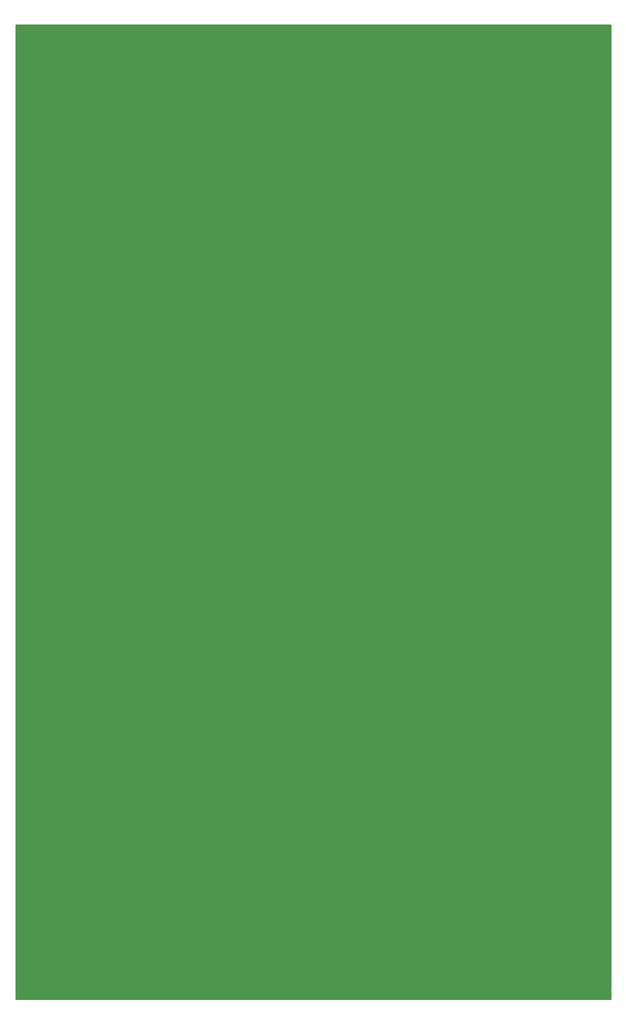
<source format=gbr>
G04 #@! TF.FileFunction,Copper,L1,Top,Signal*
%FSLAX46Y46*%
G04 Gerber Fmt 4.6, Leading zero omitted, Abs format (unit mm)*
G04 Created by KiCad (PCBNEW 4.0.2-stable) date 6-7-2016 22:19:10*
%MOMM*%
G01*
G04 APERTURE LIST*
%ADD10C,0.100000*%
%ADD11C,0.454000*%
G04 APERTURE END LIST*
D10*
D11*
G36*
X114040000Y-176448634D02*
X113990000Y-176700000D01*
X114040000Y-176951366D01*
X114040000Y-178140000D01*
X13460000Y-178140000D01*
X13460000Y-176750000D01*
X13455027Y-176725000D01*
X13460000Y-176700000D01*
X13460000Y-175950000D01*
X13455027Y-175925000D01*
X13460000Y-175900000D01*
X13460000Y-13410000D01*
X114040000Y-13410000D01*
X114040000Y-176448634D01*
X114040000Y-176448634D01*
G37*
X114040000Y-176448634D02*
X113990000Y-176700000D01*
X114040000Y-176951366D01*
X114040000Y-178140000D01*
X13460000Y-178140000D01*
X13460000Y-176750000D01*
X13455027Y-176725000D01*
X13460000Y-176700000D01*
X13460000Y-175950000D01*
X13455027Y-175925000D01*
X13460000Y-175900000D01*
X13460000Y-13410000D01*
X114040000Y-13410000D01*
X114040000Y-176448634D01*
M02*

</source>
